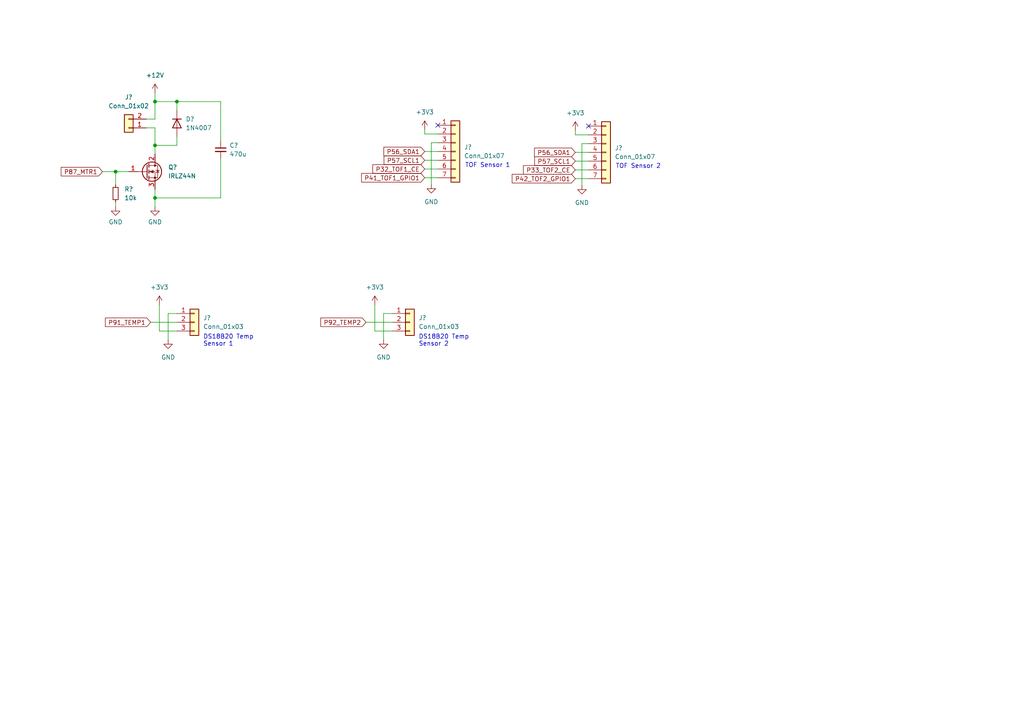
<source format=kicad_sch>
(kicad_sch (version 20211123) (generator eeschema)

  (uuid 331d2d61-491e-49e4-8e86-c140c18427ad)

  (paper "A4")

  (lib_symbols
    (symbol "Connector_Generic:Conn_01x02" (pin_names (offset 1.016) hide) (in_bom yes) (on_board yes)
      (property "Reference" "J" (id 0) (at 0 2.54 0)
        (effects (font (size 1.27 1.27)))
      )
      (property "Value" "Conn_01x02" (id 1) (at 0 -5.08 0)
        (effects (font (size 1.27 1.27)))
      )
      (property "Footprint" "" (id 2) (at 0 0 0)
        (effects (font (size 1.27 1.27)) hide)
      )
      (property "Datasheet" "~" (id 3) (at 0 0 0)
        (effects (font (size 1.27 1.27)) hide)
      )
      (property "ki_keywords" "connector" (id 4) (at 0 0 0)
        (effects (font (size 1.27 1.27)) hide)
      )
      (property "ki_description" "Generic connector, single row, 01x02, script generated (kicad-library-utils/schlib/autogen/connector/)" (id 5) (at 0 0 0)
        (effects (font (size 1.27 1.27)) hide)
      )
      (property "ki_fp_filters" "Connector*:*_1x??_*" (id 6) (at 0 0 0)
        (effects (font (size 1.27 1.27)) hide)
      )
      (symbol "Conn_01x02_1_1"
        (rectangle (start -1.27 -2.413) (end 0 -2.667)
          (stroke (width 0.1524) (type default) (color 0 0 0 0))
          (fill (type none))
        )
        (rectangle (start -1.27 0.127) (end 0 -0.127)
          (stroke (width 0.1524) (type default) (color 0 0 0 0))
          (fill (type none))
        )
        (rectangle (start -1.27 1.27) (end 1.27 -3.81)
          (stroke (width 0.254) (type default) (color 0 0 0 0))
          (fill (type background))
        )
        (pin passive line (at -5.08 0 0) (length 3.81)
          (name "Pin_1" (effects (font (size 1.27 1.27))))
          (number "1" (effects (font (size 1.27 1.27))))
        )
        (pin passive line (at -5.08 -2.54 0) (length 3.81)
          (name "Pin_2" (effects (font (size 1.27 1.27))))
          (number "2" (effects (font (size 1.27 1.27))))
        )
      )
    )
    (symbol "Connector_Generic:Conn_01x03" (pin_names (offset 1.016) hide) (in_bom yes) (on_board yes)
      (property "Reference" "J" (id 0) (at 0 5.08 0)
        (effects (font (size 1.27 1.27)))
      )
      (property "Value" "Conn_01x03" (id 1) (at 0 -5.08 0)
        (effects (font (size 1.27 1.27)))
      )
      (property "Footprint" "" (id 2) (at 0 0 0)
        (effects (font (size 1.27 1.27)) hide)
      )
      (property "Datasheet" "~" (id 3) (at 0 0 0)
        (effects (font (size 1.27 1.27)) hide)
      )
      (property "ki_keywords" "connector" (id 4) (at 0 0 0)
        (effects (font (size 1.27 1.27)) hide)
      )
      (property "ki_description" "Generic connector, single row, 01x03, script generated (kicad-library-utils/schlib/autogen/connector/)" (id 5) (at 0 0 0)
        (effects (font (size 1.27 1.27)) hide)
      )
      (property "ki_fp_filters" "Connector*:*_1x??_*" (id 6) (at 0 0 0)
        (effects (font (size 1.27 1.27)) hide)
      )
      (symbol "Conn_01x03_1_1"
        (rectangle (start -1.27 -2.413) (end 0 -2.667)
          (stroke (width 0.1524) (type default) (color 0 0 0 0))
          (fill (type none))
        )
        (rectangle (start -1.27 0.127) (end 0 -0.127)
          (stroke (width 0.1524) (type default) (color 0 0 0 0))
          (fill (type none))
        )
        (rectangle (start -1.27 2.667) (end 0 2.413)
          (stroke (width 0.1524) (type default) (color 0 0 0 0))
          (fill (type none))
        )
        (rectangle (start -1.27 3.81) (end 1.27 -3.81)
          (stroke (width 0.254) (type default) (color 0 0 0 0))
          (fill (type background))
        )
        (pin passive line (at -5.08 2.54 0) (length 3.81)
          (name "Pin_1" (effects (font (size 1.27 1.27))))
          (number "1" (effects (font (size 1.27 1.27))))
        )
        (pin passive line (at -5.08 0 0) (length 3.81)
          (name "Pin_2" (effects (font (size 1.27 1.27))))
          (number "2" (effects (font (size 1.27 1.27))))
        )
        (pin passive line (at -5.08 -2.54 0) (length 3.81)
          (name "Pin_3" (effects (font (size 1.27 1.27))))
          (number "3" (effects (font (size 1.27 1.27))))
        )
      )
    )
    (symbol "Connector_Generic:Conn_01x07" (pin_names (offset 1.016) hide) (in_bom yes) (on_board yes)
      (property "Reference" "J" (id 0) (at 0 10.16 0)
        (effects (font (size 1.27 1.27)))
      )
      (property "Value" "Conn_01x07" (id 1) (at 0 -10.16 0)
        (effects (font (size 1.27 1.27)))
      )
      (property "Footprint" "" (id 2) (at 0 0 0)
        (effects (font (size 1.27 1.27)) hide)
      )
      (property "Datasheet" "~" (id 3) (at 0 0 0)
        (effects (font (size 1.27 1.27)) hide)
      )
      (property "ki_keywords" "connector" (id 4) (at 0 0 0)
        (effects (font (size 1.27 1.27)) hide)
      )
      (property "ki_description" "Generic connector, single row, 01x07, script generated (kicad-library-utils/schlib/autogen/connector/)" (id 5) (at 0 0 0)
        (effects (font (size 1.27 1.27)) hide)
      )
      (property "ki_fp_filters" "Connector*:*_1x??_*" (id 6) (at 0 0 0)
        (effects (font (size 1.27 1.27)) hide)
      )
      (symbol "Conn_01x07_1_1"
        (rectangle (start -1.27 -7.493) (end 0 -7.747)
          (stroke (width 0.1524) (type default) (color 0 0 0 0))
          (fill (type none))
        )
        (rectangle (start -1.27 -4.953) (end 0 -5.207)
          (stroke (width 0.1524) (type default) (color 0 0 0 0))
          (fill (type none))
        )
        (rectangle (start -1.27 -2.413) (end 0 -2.667)
          (stroke (width 0.1524) (type default) (color 0 0 0 0))
          (fill (type none))
        )
        (rectangle (start -1.27 0.127) (end 0 -0.127)
          (stroke (width 0.1524) (type default) (color 0 0 0 0))
          (fill (type none))
        )
        (rectangle (start -1.27 2.667) (end 0 2.413)
          (stroke (width 0.1524) (type default) (color 0 0 0 0))
          (fill (type none))
        )
        (rectangle (start -1.27 5.207) (end 0 4.953)
          (stroke (width 0.1524) (type default) (color 0 0 0 0))
          (fill (type none))
        )
        (rectangle (start -1.27 7.747) (end 0 7.493)
          (stroke (width 0.1524) (type default) (color 0 0 0 0))
          (fill (type none))
        )
        (rectangle (start -1.27 8.89) (end 1.27 -8.89)
          (stroke (width 0.254) (type default) (color 0 0 0 0))
          (fill (type background))
        )
        (pin passive line (at -5.08 7.62 0) (length 3.81)
          (name "Pin_1" (effects (font (size 1.27 1.27))))
          (number "1" (effects (font (size 1.27 1.27))))
        )
        (pin passive line (at -5.08 5.08 0) (length 3.81)
          (name "Pin_2" (effects (font (size 1.27 1.27))))
          (number "2" (effects (font (size 1.27 1.27))))
        )
        (pin passive line (at -5.08 2.54 0) (length 3.81)
          (name "Pin_3" (effects (font (size 1.27 1.27))))
          (number "3" (effects (font (size 1.27 1.27))))
        )
        (pin passive line (at -5.08 0 0) (length 3.81)
          (name "Pin_4" (effects (font (size 1.27 1.27))))
          (number "4" (effects (font (size 1.27 1.27))))
        )
        (pin passive line (at -5.08 -2.54 0) (length 3.81)
          (name "Pin_5" (effects (font (size 1.27 1.27))))
          (number "5" (effects (font (size 1.27 1.27))))
        )
        (pin passive line (at -5.08 -5.08 0) (length 3.81)
          (name "Pin_6" (effects (font (size 1.27 1.27))))
          (number "6" (effects (font (size 1.27 1.27))))
        )
        (pin passive line (at -5.08 -7.62 0) (length 3.81)
          (name "Pin_7" (effects (font (size 1.27 1.27))))
          (number "7" (effects (font (size 1.27 1.27))))
        )
      )
    )
    (symbol "Device:C_Small" (pin_numbers hide) (pin_names (offset 0.254) hide) (in_bom yes) (on_board yes)
      (property "Reference" "C" (id 0) (at 0.254 1.778 0)
        (effects (font (size 1.27 1.27)) (justify left))
      )
      (property "Value" "C_Small" (id 1) (at 0.254 -2.032 0)
        (effects (font (size 1.27 1.27)) (justify left))
      )
      (property "Footprint" "" (id 2) (at 0 0 0)
        (effects (font (size 1.27 1.27)) hide)
      )
      (property "Datasheet" "~" (id 3) (at 0 0 0)
        (effects (font (size 1.27 1.27)) hide)
      )
      (property "ki_keywords" "capacitor cap" (id 4) (at 0 0 0)
        (effects (font (size 1.27 1.27)) hide)
      )
      (property "ki_description" "Unpolarized capacitor, small symbol" (id 5) (at 0 0 0)
        (effects (font (size 1.27 1.27)) hide)
      )
      (property "ki_fp_filters" "C_*" (id 6) (at 0 0 0)
        (effects (font (size 1.27 1.27)) hide)
      )
      (symbol "C_Small_0_1"
        (polyline
          (pts
            (xy -1.524 -0.508)
            (xy 1.524 -0.508)
          )
          (stroke (width 0.3302) (type default) (color 0 0 0 0))
          (fill (type none))
        )
        (polyline
          (pts
            (xy -1.524 0.508)
            (xy 1.524 0.508)
          )
          (stroke (width 0.3048) (type default) (color 0 0 0 0))
          (fill (type none))
        )
      )
      (symbol "C_Small_1_1"
        (pin passive line (at 0 2.54 270) (length 2.032)
          (name "~" (effects (font (size 1.27 1.27))))
          (number "1" (effects (font (size 1.27 1.27))))
        )
        (pin passive line (at 0 -2.54 90) (length 2.032)
          (name "~" (effects (font (size 1.27 1.27))))
          (number "2" (effects (font (size 1.27 1.27))))
        )
      )
    )
    (symbol "Device:R_Small" (pin_numbers hide) (pin_names (offset 0.254) hide) (in_bom yes) (on_board yes)
      (property "Reference" "R" (id 0) (at 0.762 0.508 0)
        (effects (font (size 1.27 1.27)) (justify left))
      )
      (property "Value" "R_Small" (id 1) (at 0.762 -1.016 0)
        (effects (font (size 1.27 1.27)) (justify left))
      )
      (property "Footprint" "" (id 2) (at 0 0 0)
        (effects (font (size 1.27 1.27)) hide)
      )
      (property "Datasheet" "~" (id 3) (at 0 0 0)
        (effects (font (size 1.27 1.27)) hide)
      )
      (property "ki_keywords" "R resistor" (id 4) (at 0 0 0)
        (effects (font (size 1.27 1.27)) hide)
      )
      (property "ki_description" "Resistor, small symbol" (id 5) (at 0 0 0)
        (effects (font (size 1.27 1.27)) hide)
      )
      (property "ki_fp_filters" "R_*" (id 6) (at 0 0 0)
        (effects (font (size 1.27 1.27)) hide)
      )
      (symbol "R_Small_0_1"
        (rectangle (start -0.762 1.778) (end 0.762 -1.778)
          (stroke (width 0.2032) (type default) (color 0 0 0 0))
          (fill (type none))
        )
      )
      (symbol "R_Small_1_1"
        (pin passive line (at 0 2.54 270) (length 0.762)
          (name "~" (effects (font (size 1.27 1.27))))
          (number "1" (effects (font (size 1.27 1.27))))
        )
        (pin passive line (at 0 -2.54 90) (length 0.762)
          (name "~" (effects (font (size 1.27 1.27))))
          (number "2" (effects (font (size 1.27 1.27))))
        )
      )
    )
    (symbol "Diode:1N4007" (pin_numbers hide) (pin_names (offset 1.016) hide) (in_bom yes) (on_board yes)
      (property "Reference" "D" (id 0) (at 0 2.54 0)
        (effects (font (size 1.27 1.27)))
      )
      (property "Value" "1N4007" (id 1) (at 0 -2.54 0)
        (effects (font (size 1.27 1.27)))
      )
      (property "Footprint" "Diode_THT:D_DO-41_SOD81_P10.16mm_Horizontal" (id 2) (at 0 -4.445 0)
        (effects (font (size 1.27 1.27)) hide)
      )
      (property "Datasheet" "http://www.vishay.com/docs/88503/1n4001.pdf" (id 3) (at 0 0 0)
        (effects (font (size 1.27 1.27)) hide)
      )
      (property "ki_keywords" "diode" (id 4) (at 0 0 0)
        (effects (font (size 1.27 1.27)) hide)
      )
      (property "ki_description" "1000V 1A General Purpose Rectifier Diode, DO-41" (id 5) (at 0 0 0)
        (effects (font (size 1.27 1.27)) hide)
      )
      (property "ki_fp_filters" "D*DO?41*" (id 6) (at 0 0 0)
        (effects (font (size 1.27 1.27)) hide)
      )
      (symbol "1N4007_0_1"
        (polyline
          (pts
            (xy -1.27 1.27)
            (xy -1.27 -1.27)
          )
          (stroke (width 0.254) (type default) (color 0 0 0 0))
          (fill (type none))
        )
        (polyline
          (pts
            (xy 1.27 0)
            (xy -1.27 0)
          )
          (stroke (width 0) (type default) (color 0 0 0 0))
          (fill (type none))
        )
        (polyline
          (pts
            (xy 1.27 1.27)
            (xy 1.27 -1.27)
            (xy -1.27 0)
            (xy 1.27 1.27)
          )
          (stroke (width 0.254) (type default) (color 0 0 0 0))
          (fill (type none))
        )
      )
      (symbol "1N4007_1_1"
        (pin passive line (at -3.81 0 0) (length 2.54)
          (name "K" (effects (font (size 1.27 1.27))))
          (number "1" (effects (font (size 1.27 1.27))))
        )
        (pin passive line (at 3.81 0 180) (length 2.54)
          (name "A" (effects (font (size 1.27 1.27))))
          (number "2" (effects (font (size 1.27 1.27))))
        )
      )
    )
    (symbol "Transistor_FET:IRLZ44N" (pin_names hide) (in_bom yes) (on_board yes)
      (property "Reference" "Q" (id 0) (at 6.35 1.905 0)
        (effects (font (size 1.27 1.27)) (justify left))
      )
      (property "Value" "IRLZ44N" (id 1) (at 6.35 0 0)
        (effects (font (size 1.27 1.27)) (justify left))
      )
      (property "Footprint" "Package_TO_SOT_THT:TO-220-3_Vertical" (id 2) (at 6.35 -1.905 0)
        (effects (font (size 1.27 1.27) italic) (justify left) hide)
      )
      (property "Datasheet" "http://www.irf.com/product-info/datasheets/data/irlz44n.pdf" (id 3) (at 0 0 0)
        (effects (font (size 1.27 1.27)) (justify left) hide)
      )
      (property "ki_keywords" "N-Channel HEXFET MOSFET Logic-Level" (id 4) (at 0 0 0)
        (effects (font (size 1.27 1.27)) hide)
      )
      (property "ki_description" "47A Id, 55V Vds, 22mOhm Rds Single N-Channel HEXFET Power MOSFET, TO-220AB" (id 5) (at 0 0 0)
        (effects (font (size 1.27 1.27)) hide)
      )
      (property "ki_fp_filters" "TO?220*" (id 6) (at 0 0 0)
        (effects (font (size 1.27 1.27)) hide)
      )
      (symbol "IRLZ44N_0_1"
        (polyline
          (pts
            (xy 0.254 0)
            (xy -2.54 0)
          )
          (stroke (width 0) (type default) (color 0 0 0 0))
          (fill (type none))
        )
        (polyline
          (pts
            (xy 0.254 1.905)
            (xy 0.254 -1.905)
          )
          (stroke (width 0.254) (type default) (color 0 0 0 0))
          (fill (type none))
        )
        (polyline
          (pts
            (xy 0.762 -1.27)
            (xy 0.762 -2.286)
          )
          (stroke (width 0.254) (type default) (color 0 0 0 0))
          (fill (type none))
        )
        (polyline
          (pts
            (xy 0.762 0.508)
            (xy 0.762 -0.508)
          )
          (stroke (width 0.254) (type default) (color 0 0 0 0))
          (fill (type none))
        )
        (polyline
          (pts
            (xy 0.762 2.286)
            (xy 0.762 1.27)
          )
          (stroke (width 0.254) (type default) (color 0 0 0 0))
          (fill (type none))
        )
        (polyline
          (pts
            (xy 2.54 2.54)
            (xy 2.54 1.778)
          )
          (stroke (width 0) (type default) (color 0 0 0 0))
          (fill (type none))
        )
        (polyline
          (pts
            (xy 2.54 -2.54)
            (xy 2.54 0)
            (xy 0.762 0)
          )
          (stroke (width 0) (type default) (color 0 0 0 0))
          (fill (type none))
        )
        (polyline
          (pts
            (xy 0.762 -1.778)
            (xy 3.302 -1.778)
            (xy 3.302 1.778)
            (xy 0.762 1.778)
          )
          (stroke (width 0) (type default) (color 0 0 0 0))
          (fill (type none))
        )
        (polyline
          (pts
            (xy 1.016 0)
            (xy 2.032 0.381)
            (xy 2.032 -0.381)
            (xy 1.016 0)
          )
          (stroke (width 0) (type default) (color 0 0 0 0))
          (fill (type outline))
        )
        (polyline
          (pts
            (xy 2.794 0.508)
            (xy 2.921 0.381)
            (xy 3.683 0.381)
            (xy 3.81 0.254)
          )
          (stroke (width 0) (type default) (color 0 0 0 0))
          (fill (type none))
        )
        (polyline
          (pts
            (xy 3.302 0.381)
            (xy 2.921 -0.254)
            (xy 3.683 -0.254)
            (xy 3.302 0.381)
          )
          (stroke (width 0) (type default) (color 0 0 0 0))
          (fill (type none))
        )
        (circle (center 1.651 0) (radius 2.794)
          (stroke (width 0.254) (type default) (color 0 0 0 0))
          (fill (type none))
        )
        (circle (center 2.54 -1.778) (radius 0.254)
          (stroke (width 0) (type default) (color 0 0 0 0))
          (fill (type outline))
        )
        (circle (center 2.54 1.778) (radius 0.254)
          (stroke (width 0) (type default) (color 0 0 0 0))
          (fill (type outline))
        )
      )
      (symbol "IRLZ44N_1_1"
        (pin input line (at -5.08 0 0) (length 2.54)
          (name "G" (effects (font (size 1.27 1.27))))
          (number "1" (effects (font (size 1.27 1.27))))
        )
        (pin passive line (at 2.54 5.08 270) (length 2.54)
          (name "D" (effects (font (size 1.27 1.27))))
          (number "2" (effects (font (size 1.27 1.27))))
        )
        (pin passive line (at 2.54 -5.08 90) (length 2.54)
          (name "S" (effects (font (size 1.27 1.27))))
          (number "3" (effects (font (size 1.27 1.27))))
        )
      )
    )
    (symbol "power:+12V" (power) (pin_names (offset 0)) (in_bom yes) (on_board yes)
      (property "Reference" "#PWR" (id 0) (at 0 -3.81 0)
        (effects (font (size 1.27 1.27)) hide)
      )
      (property "Value" "+12V" (id 1) (at 0 3.556 0)
        (effects (font (size 1.27 1.27)))
      )
      (property "Footprint" "" (id 2) (at 0 0 0)
        (effects (font (size 1.27 1.27)) hide)
      )
      (property "Datasheet" "" (id 3) (at 0 0 0)
        (effects (font (size 1.27 1.27)) hide)
      )
      (property "ki_keywords" "power-flag" (id 4) (at 0 0 0)
        (effects (font (size 1.27 1.27)) hide)
      )
      (property "ki_description" "Power symbol creates a global label with name \"+12V\"" (id 5) (at 0 0 0)
        (effects (font (size 1.27 1.27)) hide)
      )
      (symbol "+12V_0_1"
        (polyline
          (pts
            (xy -0.762 1.27)
            (xy 0 2.54)
          )
          (stroke (width 0) (type default) (color 0 0 0 0))
          (fill (type none))
        )
        (polyline
          (pts
            (xy 0 0)
            (xy 0 2.54)
          )
          (stroke (width 0) (type default) (color 0 0 0 0))
          (fill (type none))
        )
        (polyline
          (pts
            (xy 0 2.54)
            (xy 0.762 1.27)
          )
          (stroke (width 0) (type default) (color 0 0 0 0))
          (fill (type none))
        )
      )
      (symbol "+12V_1_1"
        (pin power_in line (at 0 0 90) (length 0) hide
          (name "+12V" (effects (font (size 1.27 1.27))))
          (number "1" (effects (font (size 1.27 1.27))))
        )
      )
    )
    (symbol "power:+3.3V" (power) (pin_names (offset 0)) (in_bom yes) (on_board yes)
      (property "Reference" "#PWR" (id 0) (at 0 -3.81 0)
        (effects (font (size 1.27 1.27)) hide)
      )
      (property "Value" "+3.3V" (id 1) (at 0 3.556 0)
        (effects (font (size 1.27 1.27)))
      )
      (property "Footprint" "" (id 2) (at 0 0 0)
        (effects (font (size 1.27 1.27)) hide)
      )
      (property "Datasheet" "" (id 3) (at 0 0 0)
        (effects (font (size 1.27 1.27)) hide)
      )
      (property "ki_keywords" "power-flag" (id 4) (at 0 0 0)
        (effects (font (size 1.27 1.27)) hide)
      )
      (property "ki_description" "Power symbol creates a global label with name \"+3.3V\"" (id 5) (at 0 0 0)
        (effects (font (size 1.27 1.27)) hide)
      )
      (symbol "+3.3V_0_1"
        (polyline
          (pts
            (xy -0.762 1.27)
            (xy 0 2.54)
          )
          (stroke (width 0) (type default) (color 0 0 0 0))
          (fill (type none))
        )
        (polyline
          (pts
            (xy 0 0)
            (xy 0 2.54)
          )
          (stroke (width 0) (type default) (color 0 0 0 0))
          (fill (type none))
        )
        (polyline
          (pts
            (xy 0 2.54)
            (xy 0.762 1.27)
          )
          (stroke (width 0) (type default) (color 0 0 0 0))
          (fill (type none))
        )
      )
      (symbol "+3.3V_1_1"
        (pin power_in line (at 0 0 90) (length 0) hide
          (name "+3V3" (effects (font (size 1.27 1.27))))
          (number "1" (effects (font (size 1.27 1.27))))
        )
      )
    )
    (symbol "power:GND" (power) (pin_names (offset 0)) (in_bom yes) (on_board yes)
      (property "Reference" "#PWR" (id 0) (at 0 -6.35 0)
        (effects (font (size 1.27 1.27)) hide)
      )
      (property "Value" "GND" (id 1) (at 0 -3.81 0)
        (effects (font (size 1.27 1.27)))
      )
      (property "Footprint" "" (id 2) (at 0 0 0)
        (effects (font (size 1.27 1.27)) hide)
      )
      (property "Datasheet" "" (id 3) (at 0 0 0)
        (effects (font (size 1.27 1.27)) hide)
      )
      (property "ki_keywords" "power-flag" (id 4) (at 0 0 0)
        (effects (font (size 1.27 1.27)) hide)
      )
      (property "ki_description" "Power symbol creates a global label with name \"GND\" , ground" (id 5) (at 0 0 0)
        (effects (font (size 1.27 1.27)) hide)
      )
      (symbol "GND_0_1"
        (polyline
          (pts
            (xy 0 0)
            (xy 0 -1.27)
            (xy 1.27 -1.27)
            (xy 0 -2.54)
            (xy -1.27 -1.27)
            (xy 0 -1.27)
          )
          (stroke (width 0) (type default) (color 0 0 0 0))
          (fill (type none))
        )
      )
      (symbol "GND_1_1"
        (pin power_in line (at 0 0 270) (length 0) hide
          (name "GND" (effects (font (size 1.27 1.27))))
          (number "1" (effects (font (size 1.27 1.27))))
        )
      )
    )
  )

  (junction (at 33.528 49.784) (diameter 0) (color 0 0 0 0)
    (uuid 278e98d7-b534-4635-81df-b2fa2afe7653)
  )
  (junction (at 44.958 29.464) (diameter 0) (color 0 0 0 0)
    (uuid 7c494164-6237-4d47-8b41-1084f229c2e4)
  )
  (junction (at 51.308 29.464) (diameter 0) (color 0 0 0 0)
    (uuid 8d7faae8-181d-4e19-95e8-c15382de89d6)
  )
  (junction (at 44.958 42.164) (diameter 0) (color 0 0 0 0)
    (uuid d4047c1f-2953-4c99-a29f-1dbf6f13bd07)
  )
  (junction (at 44.958 57.404) (diameter 0) (color 0 0 0 0)
    (uuid e780f398-9ed6-4944-aa97-9360ee430ee5)
  )

  (no_connect (at 127 36.322) (uuid 39a5eea2-f536-4597-aee7-5a792101314e))
  (no_connect (at 170.688 36.576) (uuid 7306108b-8b5c-46d5-a3e1-bf8669a5f9b9))

  (wire (pts (xy 108.712 96.012) (xy 108.712 88.392))
    (stroke (width 0) (type default) (color 0 0 0 0))
    (uuid 02ff266e-f817-450c-9a85-2d4077dec1c6)
  )
  (wire (pts (xy 113.792 96.012) (xy 108.712 96.012))
    (stroke (width 0) (type default) (color 0 0 0 0))
    (uuid 0879be65-2563-46e9-b3e7-188ac9968573)
  )
  (wire (pts (xy 123.19 43.942) (xy 127 43.942))
    (stroke (width 0) (type default) (color 0 0 0 0))
    (uuid 0e080afe-9b82-4b61-ae86-ec8cc124007d)
  )
  (wire (pts (xy 42.418 34.544) (xy 44.958 34.544))
    (stroke (width 0) (type default) (color 0 0 0 0))
    (uuid 0e8f6035-8f9c-4049-9f90-eb21e996387b)
  )
  (wire (pts (xy 123.19 49.022) (xy 127 49.022))
    (stroke (width 0) (type default) (color 0 0 0 0))
    (uuid 1616c0a9-9e3e-4104-9fcf-f882588f8489)
  )
  (wire (pts (xy 33.528 49.784) (xy 37.338 49.784))
    (stroke (width 0) (type default) (color 0 0 0 0))
    (uuid 1c55eef9-6c2e-4987-8e63-a12f3d3c9e45)
  )
  (wire (pts (xy 166.878 51.816) (xy 170.688 51.816))
    (stroke (width 0) (type default) (color 0 0 0 0))
    (uuid 1ebcded5-8991-466f-89b0-04b93d44b75b)
  )
  (wire (pts (xy 111.252 90.932) (xy 111.252 98.552))
    (stroke (width 0) (type default) (color 0 0 0 0))
    (uuid 20009e66-f05e-4c71-89f6-dc08cc338b64)
  )
  (wire (pts (xy 166.878 39.116) (xy 166.878 37.846))
    (stroke (width 0) (type default) (color 0 0 0 0))
    (uuid 20deef19-f716-4500-976e-638ecbf64886)
  )
  (wire (pts (xy 33.528 58.674) (xy 33.528 59.944))
    (stroke (width 0) (type default) (color 0 0 0 0))
    (uuid 291632c3-5aa6-43d0-993b-9ac4f32550db)
  )
  (wire (pts (xy 51.308 90.932) (xy 48.768 90.932))
    (stroke (width 0) (type default) (color 0 0 0 0))
    (uuid 2cb00e8c-59c8-4e99-848d-cbe9d0ffcf59)
  )
  (wire (pts (xy 44.958 54.864) (xy 44.958 57.404))
    (stroke (width 0) (type default) (color 0 0 0 0))
    (uuid 3a757724-a3fe-4bea-95f3-207a2623622b)
  )
  (wire (pts (xy 123.19 38.862) (xy 123.19 37.592))
    (stroke (width 0) (type default) (color 0 0 0 0))
    (uuid 43a852a8-7bff-42e8-ac0d-0da561da71c5)
  )
  (wire (pts (xy 48.768 90.932) (xy 48.768 98.552))
    (stroke (width 0) (type default) (color 0 0 0 0))
    (uuid 4a9a9212-b4ee-4d94-8657-6bfa035f2a7d)
  )
  (wire (pts (xy 123.19 46.482) (xy 127 46.482))
    (stroke (width 0) (type default) (color 0 0 0 0))
    (uuid 62c031e0-8ff1-41d6-91b1-2186482f5ae3)
  )
  (wire (pts (xy 51.308 39.624) (xy 51.308 42.164))
    (stroke (width 0) (type default) (color 0 0 0 0))
    (uuid 6850d6e5-ca92-46bc-ba50-d81e4006360c)
  )
  (wire (pts (xy 64.008 57.404) (xy 44.958 57.404))
    (stroke (width 0) (type default) (color 0 0 0 0))
    (uuid 71e9df12-7aba-4619-a039-8a4e935d4a63)
  )
  (wire (pts (xy 51.308 29.464) (xy 64.008 29.464))
    (stroke (width 0) (type default) (color 0 0 0 0))
    (uuid 7bbd2af1-89f7-44c6-a258-7a5606be6cc8)
  )
  (wire (pts (xy 44.958 57.404) (xy 44.958 59.944))
    (stroke (width 0) (type default) (color 0 0 0 0))
    (uuid 7e7827f3-2e41-40a4-86be-c01f639792e2)
  )
  (wire (pts (xy 166.878 49.276) (xy 170.688 49.276))
    (stroke (width 0) (type default) (color 0 0 0 0))
    (uuid 801f04dc-dd60-49b2-b9e0-d06f81897ddd)
  )
  (wire (pts (xy 166.878 46.736) (xy 170.688 46.736))
    (stroke (width 0) (type default) (color 0 0 0 0))
    (uuid 83012ce6-a2f8-47cd-9c4d-9feaad62eacc)
  )
  (wire (pts (xy 51.308 42.164) (xy 44.958 42.164))
    (stroke (width 0) (type default) (color 0 0 0 0))
    (uuid 8d7cea12-ed37-4107-80fe-46d0bff4ea80)
  )
  (wire (pts (xy 44.958 42.164) (xy 44.958 44.704))
    (stroke (width 0) (type default) (color 0 0 0 0))
    (uuid 8f12a12b-2ee3-4bbf-9f61-75ac8038d169)
  )
  (wire (pts (xy 64.008 45.974) (xy 64.008 57.404))
    (stroke (width 0) (type default) (color 0 0 0 0))
    (uuid 94ccd672-774b-463f-9b16-f6f9c5b7c87c)
  )
  (wire (pts (xy 168.783 53.721) (xy 168.783 41.656))
    (stroke (width 0) (type default) (color 0 0 0 0))
    (uuid 9c8514e5-1a18-4724-823a-ab84831b39a5)
  )
  (wire (pts (xy 29.718 49.784) (xy 33.528 49.784))
    (stroke (width 0) (type default) (color 0 0 0 0))
    (uuid a0216ad7-7fb0-4b90-a0a1-f2bab2291b60)
  )
  (wire (pts (xy 123.19 38.862) (xy 127 38.862))
    (stroke (width 0) (type default) (color 0 0 0 0))
    (uuid a281df4f-9455-4653-9999-5917aa585332)
  )
  (wire (pts (xy 46.228 96.012) (xy 46.228 88.392))
    (stroke (width 0) (type default) (color 0 0 0 0))
    (uuid ac060d88-0df1-431e-a81c-21566d670b9e)
  )
  (wire (pts (xy 166.878 39.116) (xy 170.688 39.116))
    (stroke (width 0) (type default) (color 0 0 0 0))
    (uuid af3784e5-2bb2-4c8b-adde-28bcbc44ecfa)
  )
  (wire (pts (xy 42.418 37.084) (xy 44.958 37.084))
    (stroke (width 0) (type default) (color 0 0 0 0))
    (uuid afd39e1d-1dea-4b68-a474-9e114e839850)
  )
  (wire (pts (xy 44.958 37.084) (xy 44.958 42.164))
    (stroke (width 0) (type default) (color 0 0 0 0))
    (uuid b35b8a0b-8d4e-4de8-bb66-ae0c99284833)
  )
  (wire (pts (xy 44.958 29.464) (xy 51.308 29.464))
    (stroke (width 0) (type default) (color 0 0 0 0))
    (uuid b3b56eb4-490b-4a85-b98b-cc3244894fb2)
  )
  (wire (pts (xy 51.308 96.012) (xy 46.228 96.012))
    (stroke (width 0) (type default) (color 0 0 0 0))
    (uuid b77c49fa-86f8-431d-8c66-463f7c18b8e4)
  )
  (wire (pts (xy 123.19 51.562) (xy 127 51.562))
    (stroke (width 0) (type default) (color 0 0 0 0))
    (uuid baf4f9b3-de3f-4732-a57d-c95b6c6dbc5f)
  )
  (wire (pts (xy 51.308 32.004) (xy 51.308 29.464))
    (stroke (width 0) (type default) (color 0 0 0 0))
    (uuid c7fab250-f77f-4aeb-bf6b-d97f9a05d06a)
  )
  (wire (pts (xy 168.783 41.656) (xy 170.688 41.656))
    (stroke (width 0) (type default) (color 0 0 0 0))
    (uuid ccc17a4d-498c-4032-8300-d9eff3e3882b)
  )
  (wire (pts (xy 44.958 26.924) (xy 44.958 29.464))
    (stroke (width 0) (type default) (color 0 0 0 0))
    (uuid d393c8b6-26b8-42b1-880a-4dee7cb579cc)
  )
  (wire (pts (xy 113.792 90.932) (xy 111.252 90.932))
    (stroke (width 0) (type default) (color 0 0 0 0))
    (uuid d5abf03d-6356-419c-a78b-9dc9a25dc350)
  )
  (wire (pts (xy 44.958 29.464) (xy 44.958 34.544))
    (stroke (width 0) (type default) (color 0 0 0 0))
    (uuid d66d186b-c735-46aa-83af-591b20486f9b)
  )
  (wire (pts (xy 125.095 41.402) (xy 127 41.402))
    (stroke (width 0) (type default) (color 0 0 0 0))
    (uuid df413111-645a-4517-b413-5855a1dd6c0e)
  )
  (wire (pts (xy 33.528 49.784) (xy 33.528 53.594))
    (stroke (width 0) (type default) (color 0 0 0 0))
    (uuid e1e362e2-471a-41b9-b644-19c50c76fbcf)
  )
  (wire (pts (xy 166.878 44.196) (xy 170.688 44.196))
    (stroke (width 0) (type default) (color 0 0 0 0))
    (uuid e828e298-714e-419d-975c-06db7eea0081)
  )
  (wire (pts (xy 106.172 93.472) (xy 113.792 93.472))
    (stroke (width 0) (type default) (color 0 0 0 0))
    (uuid e84df1f4-5710-4371-8449-a9366fce1372)
  )
  (wire (pts (xy 125.095 53.467) (xy 125.095 41.402))
    (stroke (width 0) (type default) (color 0 0 0 0))
    (uuid eaf3a0de-8c24-4406-b4d7-c14515735590)
  )
  (wire (pts (xy 64.008 40.894) (xy 64.008 29.464))
    (stroke (width 0) (type default) (color 0 0 0 0))
    (uuid f319902a-e221-4ca3-a65f-463343ae5bbd)
  )
  (wire (pts (xy 43.688 93.472) (xy 51.308 93.472))
    (stroke (width 0) (type default) (color 0 0 0 0))
    (uuid f618f984-2033-4790-8e9f-2669d00a1311)
  )

  (text "DS18B20 Temp\nSensor 2" (at 121.412 100.584 0)
    (effects (font (size 1.27 1.27)) (justify left bottom))
    (uuid 1023af86-a2f9-46f6-9ca4-6e3e8c5eb22b)
  )
  (text "TOF Sensor 2" (at 178.562 49.022 0)
    (effects (font (size 1.27 1.27)) (justify left bottom))
    (uuid 1dcac0b7-8c25-4f38-918b-acfeaded660f)
  )
  (text "DS18B20 Temp\nSensor 1" (at 58.928 100.584 0)
    (effects (font (size 1.27 1.27)) (justify left bottom))
    (uuid 6d67cd7b-9e00-4696-8fe2-3dfe28e8cd70)
  )
  (text "TOF Sensor 1" (at 134.874 48.768 0)
    (effects (font (size 1.27 1.27)) (justify left bottom))
    (uuid ac00217c-cdde-41cb-b6fe-6282822547e3)
  )

  (global_label "P57_SCL1" (shape input) (at 166.878 46.736 180) (fields_autoplaced)
    (effects (font (size 1.27 1.27)) (justify right))
    (uuid 015c73ed-8723-4601-9146-6b03c6a74621)
    (property "Intersheet References" "${INTERSHEET_REFS}" (id 0) (at 155.0911 46.6566 0)
      (effects (font (size 1.27 1.27)) (justify right) hide)
    )
  )
  (global_label "P57_SCL1" (shape input) (at 123.19 46.482 180) (fields_autoplaced)
    (effects (font (size 1.27 1.27)) (justify right))
    (uuid 46cb2bd8-aa53-4a04-9a50-ad0a023dd8f9)
    (property "Intersheet References" "${INTERSHEET_REFS}" (id 0) (at 111.4031 46.4026 0)
      (effects (font (size 1.27 1.27)) (justify right) hide)
    )
  )
  (global_label "P56_SDA1" (shape input) (at 166.878 44.196 180) (fields_autoplaced)
    (effects (font (size 1.27 1.27)) (justify right))
    (uuid 4f2c770d-5b7b-433f-a7c8-42db6d6866e5)
    (property "Intersheet References" "${INTERSHEET_REFS}" (id 0) (at 155.0306 44.1166 0)
      (effects (font (size 1.27 1.27)) (justify right) hide)
    )
  )
  (global_label "P56_SDA1" (shape input) (at 123.19 43.942 180) (fields_autoplaced)
    (effects (font (size 1.27 1.27)) (justify right))
    (uuid 54020afd-6acf-4391-a89e-a846f1ef4ed4)
    (property "Intersheet References" "${INTERSHEET_REFS}" (id 0) (at 111.3426 43.8626 0)
      (effects (font (size 1.27 1.27)) (justify right) hide)
    )
  )
  (global_label "P92_TEMP2" (shape input) (at 106.172 93.472 180) (fields_autoplaced)
    (effects (font (size 1.27 1.27)) (justify right))
    (uuid 699d1436-2006-4d85-81cc-86c421ed0e25)
    (property "Intersheet References" "${INTERSHEET_REFS}" (id 0) (at 93.0546 93.3926 0)
      (effects (font (size 1.27 1.27)) (justify right) hide)
    )
  )
  (global_label "P33_TOF2_CE" (shape input) (at 166.878 49.276 180) (fields_autoplaced)
    (effects (font (size 1.27 1.27)) (justify right))
    (uuid 7b9c04a7-a80d-4646-b6f3-75416f43204e)
    (property "Intersheet References" "${INTERSHEET_REFS}" (id 0) (at 151.8254 49.1966 0)
      (effects (font (size 1.27 1.27)) (justify right) hide)
    )
  )
  (global_label "P41_TOF1_GPIO1" (shape input) (at 123.19 51.562 180) (fields_autoplaced)
    (effects (font (size 1.27 1.27)) (justify right))
    (uuid aa4a33e2-c4e2-4e69-a35a-61679b6ef7e7)
    (property "Intersheet References" "${INTERSHEET_REFS}" (id 0) (at 104.8717 51.4826 0)
      (effects (font (size 1.27 1.27)) (justify right) hide)
    )
  )
  (global_label "P91_TEMP1" (shape input) (at 43.688 93.472 180) (fields_autoplaced)
    (effects (font (size 1.27 1.27)) (justify right))
    (uuid abe92819-c53a-4af9-8064-509a146bbbdb)
    (property "Intersheet References" "${INTERSHEET_REFS}" (id 0) (at 30.5706 93.3926 0)
      (effects (font (size 1.27 1.27)) (justify right) hide)
    )
  )
  (global_label "P42_TOF2_GPIO1" (shape input) (at 166.878 51.816 180) (fields_autoplaced)
    (effects (font (size 1.27 1.27)) (justify right))
    (uuid ad141110-2b27-493e-a84f-69f22ff5c3a7)
    (property "Intersheet References" "${INTERSHEET_REFS}" (id 0) (at 148.5597 51.7366 0)
      (effects (font (size 1.27 1.27)) (justify right) hide)
    )
  )
  (global_label "P87_MTR1" (shape input) (at 29.718 49.784 180) (fields_autoplaced)
    (effects (font (size 1.27 1.27)) (justify right))
    (uuid ba24ad07-871b-41fe-a9bc-b3090fed5cb7)
    (property "Intersheet References" "${INTERSHEET_REFS}" (id 0) (at 17.7497 49.7046 0)
      (effects (font (size 1.27 1.27)) (justify right) hide)
    )
  )
  (global_label "P32_TOF1_CE" (shape input) (at 123.19 49.022 180) (fields_autoplaced)
    (effects (font (size 1.27 1.27)) (justify right))
    (uuid fea9cf0e-8945-4890-b469-57fb98a70808)
    (property "Intersheet References" "${INTERSHEET_REFS}" (id 0) (at 108.1374 48.9426 0)
      (effects (font (size 1.27 1.27)) (justify right) hide)
    )
  )

  (symbol (lib_id "power:GND") (at 48.768 98.552 0) (unit 1)
    (in_bom yes) (on_board yes) (fields_autoplaced)
    (uuid 1504dde6-694e-41d4-9176-6dc635753d64)
    (property "Reference" "#PWR0193" (id 0) (at 48.768 104.902 0)
      (effects (font (size 1.27 1.27)) hide)
    )
    (property "Value" "GND" (id 1) (at 48.768 103.632 0))
    (property "Footprint" "" (id 2) (at 48.768 98.552 0)
      (effects (font (size 1.27 1.27)) hide)
    )
    (property "Datasheet" "" (id 3) (at 48.768 98.552 0)
      (effects (font (size 1.27 1.27)) hide)
    )
    (pin "1" (uuid f358d85b-65c4-417f-96fa-f307c88a72f6))
  )

  (symbol (lib_id "Transistor_FET:IRLZ44N") (at 42.418 49.784 0) (unit 1)
    (in_bom yes) (on_board yes) (fields_autoplaced)
    (uuid 230dbd27-c408-46e6-9710-e9e10e77e86a)
    (property "Reference" "Q?" (id 0) (at 48.768 48.5139 0)
      (effects (font (size 1.27 1.27)) (justify left))
    )
    (property "Value" "IRLZ44N" (id 1) (at 48.768 51.0539 0)
      (effects (font (size 1.27 1.27)) (justify left))
    )
    (property "Footprint" "Package_TO_SOT_THT:TO-220-3_Vertical" (id 2) (at 48.768 51.689 0)
      (effects (font (size 1.27 1.27) italic) (justify left) hide)
    )
    (property "Datasheet" "http://www.irf.com/product-info/datasheets/data/irlz44n.pdf" (id 3) (at 42.418 49.784 0)
      (effects (font (size 1.27 1.27)) (justify left) hide)
    )
    (pin "1" (uuid 816f2134-debb-4a16-a562-2231dc5c7a98))
    (pin "2" (uuid dd47cbe3-ce37-4721-a15f-85bb741a8695))
    (pin "3" (uuid 472e94c0-a898-4fa7-9e12-6667bf6d7653))
  )

  (symbol (lib_id "Diode:1N4007") (at 51.308 35.814 270) (unit 1)
    (in_bom yes) (on_board yes) (fields_autoplaced)
    (uuid 28aff523-da15-4ca1-9e05-e2522c0aec09)
    (property "Reference" "D?" (id 0) (at 53.848 34.5439 90)
      (effects (font (size 1.27 1.27)) (justify left))
    )
    (property "Value" "1N4007" (id 1) (at 53.848 37.0839 90)
      (effects (font (size 1.27 1.27)) (justify left))
    )
    (property "Footprint" "Diode_THT:D_DO-41_SOD81_P10.16mm_Horizontal" (id 2) (at 46.863 35.814 0)
      (effects (font (size 1.27 1.27)) hide)
    )
    (property "Datasheet" "http://www.vishay.com/docs/88503/1n4001.pdf" (id 3) (at 51.308 35.814 0)
      (effects (font (size 1.27 1.27)) hide)
    )
    (pin "1" (uuid 32d941ca-07e1-47e9-81e5-6cbd94c5e583))
    (pin "2" (uuid 0b5d9c8f-42e0-48a5-9f77-b8b43630972b))
  )

  (symbol (lib_id "power:+12V") (at 44.958 26.924 0) (unit 1)
    (in_bom yes) (on_board yes) (fields_autoplaced)
    (uuid 35318176-26bc-4124-8d52-94cac88c25bb)
    (property "Reference" "#PWR0192" (id 0) (at 44.958 30.734 0)
      (effects (font (size 1.27 1.27)) hide)
    )
    (property "Value" "+12V" (id 1) (at 44.958 21.844 0))
    (property "Footprint" "" (id 2) (at 44.958 26.924 0)
      (effects (font (size 1.27 1.27)) hide)
    )
    (property "Datasheet" "" (id 3) (at 44.958 26.924 0)
      (effects (font (size 1.27 1.27)) hide)
    )
    (pin "1" (uuid 6c6ef1f3-5895-46ee-9a7d-f355258d24e6))
  )

  (symbol (lib_id "power:GND") (at 125.095 53.467 0) (unit 1)
    (in_bom yes) (on_board yes) (fields_autoplaced)
    (uuid 36bbe44a-8d4a-47b5-a8d9-99f2628ad354)
    (property "Reference" "#PWR0198" (id 0) (at 125.095 59.817 0)
      (effects (font (size 1.27 1.27)) hide)
    )
    (property "Value" "GND" (id 1) (at 125.095 58.547 0))
    (property "Footprint" "" (id 2) (at 125.095 53.467 0)
      (effects (font (size 1.27 1.27)) hide)
    )
    (property "Datasheet" "" (id 3) (at 125.095 53.467 0)
      (effects (font (size 1.27 1.27)) hide)
    )
    (pin "1" (uuid 3865db8d-506b-4c01-95da-dd62f5da0083))
  )

  (symbol (lib_id "power:+3.3V") (at 108.712 88.392 0) (unit 1)
    (in_bom yes) (on_board yes) (fields_autoplaced)
    (uuid 45710a03-daee-4a59-abf3-49e55b6f824d)
    (property "Reference" "#PWR0194" (id 0) (at 108.712 92.202 0)
      (effects (font (size 1.27 1.27)) hide)
    )
    (property "Value" "+3.3V" (id 1) (at 108.712 83.312 0))
    (property "Footprint" "" (id 2) (at 108.712 88.392 0)
      (effects (font (size 1.27 1.27)) hide)
    )
    (property "Datasheet" "" (id 3) (at 108.712 88.392 0)
      (effects (font (size 1.27 1.27)) hide)
    )
    (pin "1" (uuid 475a9c61-ca5a-495d-90af-cb467098f52a))
  )

  (symbol (lib_id "Device:C_Small") (at 64.008 43.434 0) (unit 1)
    (in_bom yes) (on_board yes) (fields_autoplaced)
    (uuid 6573cf10-8339-4c58-9fdf-76e8c01e3a3b)
    (property "Reference" "C?" (id 0) (at 66.548 42.1702 0)
      (effects (font (size 1.27 1.27)) (justify left))
    )
    (property "Value" "470u" (id 1) (at 66.548 44.7102 0)
      (effects (font (size 1.27 1.27)) (justify left))
    )
    (property "Footprint" "" (id 2) (at 64.008 43.434 0)
      (effects (font (size 1.27 1.27)) hide)
    )
    (property "Datasheet" "~" (id 3) (at 64.008 43.434 0)
      (effects (font (size 1.27 1.27)) hide)
    )
    (pin "1" (uuid b5232fdd-975e-4587-b7b0-915a107c4904))
    (pin "2" (uuid 83145372-e151-4e46-92a1-c957e0191987))
  )

  (symbol (lib_id "power:GND") (at 168.783 53.721 0) (unit 1)
    (in_bom yes) (on_board yes) (fields_autoplaced)
    (uuid 7513bd06-26ac-47f8-9fb8-57035f227d8b)
    (property "Reference" "#PWR0196" (id 0) (at 168.783 60.071 0)
      (effects (font (size 1.27 1.27)) hide)
    )
    (property "Value" "GND" (id 1) (at 168.783 58.801 0))
    (property "Footprint" "" (id 2) (at 168.783 53.721 0)
      (effects (font (size 1.27 1.27)) hide)
    )
    (property "Datasheet" "" (id 3) (at 168.783 53.721 0)
      (effects (font (size 1.27 1.27)) hide)
    )
    (pin "1" (uuid f9567cac-1cc2-4d39-b8d9-a5da08ee7dbd))
  )

  (symbol (lib_id "power:+3.3V") (at 123.19 37.592 0) (unit 1)
    (in_bom yes) (on_board yes) (fields_autoplaced)
    (uuid 75eabd05-991b-450e-855b-ebfac927def4)
    (property "Reference" "#PWR0197" (id 0) (at 123.19 41.402 0)
      (effects (font (size 1.27 1.27)) hide)
    )
    (property "Value" "+3.3V" (id 1) (at 123.19 32.512 0))
    (property "Footprint" "" (id 2) (at 123.19 37.592 0)
      (effects (font (size 1.27 1.27)) hide)
    )
    (property "Datasheet" "" (id 3) (at 123.19 37.592 0)
      (effects (font (size 1.27 1.27)) hide)
    )
    (pin "1" (uuid 0210ffdc-6fe5-4e98-8ed4-8ac8f13b861a))
  )

  (symbol (lib_id "Connector_Generic:Conn_01x02") (at 37.338 37.084 180) (unit 1)
    (in_bom yes) (on_board yes) (fields_autoplaced)
    (uuid 88e3af35-e975-415d-96f3-bb80150de8bc)
    (property "Reference" "J?" (id 0) (at 37.338 28.194 0))
    (property "Value" "Conn_01x02" (id 1) (at 37.338 30.734 0))
    (property "Footprint" "" (id 2) (at 37.338 37.084 0)
      (effects (font (size 1.27 1.27)) hide)
    )
    (property "Datasheet" "~" (id 3) (at 37.338 37.084 0)
      (effects (font (size 1.27 1.27)) hide)
    )
    (pin "1" (uuid a22ef832-33fc-4544-9dac-b6ed3c7ca675))
    (pin "2" (uuid e7b1a473-dadf-489b-a0f8-58c84c047f98))
  )

  (symbol (lib_id "power:+3.3V") (at 166.878 37.846 0) (unit 1)
    (in_bom yes) (on_board yes) (fields_autoplaced)
    (uuid 8baa8be6-970c-4067-9803-d664087bed34)
    (property "Reference" "#PWR0199" (id 0) (at 166.878 41.656 0)
      (effects (font (size 1.27 1.27)) hide)
    )
    (property "Value" "+3.3V" (id 1) (at 166.878 32.766 0))
    (property "Footprint" "" (id 2) (at 166.878 37.846 0)
      (effects (font (size 1.27 1.27)) hide)
    )
    (property "Datasheet" "" (id 3) (at 166.878 37.846 0)
      (effects (font (size 1.27 1.27)) hide)
    )
    (pin "1" (uuid 5e357b96-2005-449c-a478-8253d10212a6))
  )

  (symbol (lib_id "Connector_Generic:Conn_01x03") (at 118.872 93.472 0) (unit 1)
    (in_bom yes) (on_board yes) (fields_autoplaced)
    (uuid 8e16bdbb-3384-47fc-b25b-7e9b98cd9a44)
    (property "Reference" "J?" (id 0) (at 121.412 92.2019 0)
      (effects (font (size 1.27 1.27)) (justify left))
    )
    (property "Value" "Conn_01x03" (id 1) (at 121.412 94.7419 0)
      (effects (font (size 1.27 1.27)) (justify left))
    )
    (property "Footprint" "" (id 2) (at 118.872 93.472 0)
      (effects (font (size 1.27 1.27)) hide)
    )
    (property "Datasheet" "~" (id 3) (at 118.872 93.472 0)
      (effects (font (size 1.27 1.27)) hide)
    )
    (pin "1" (uuid eb96fea6-1047-43a5-b643-b6567d9c44d5))
    (pin "2" (uuid 7b9b9b89-ab31-4260-869d-1a81a02373b9))
    (pin "3" (uuid 5fe2f091-2b48-4793-ba37-a6dc31ad6d7b))
  )

  (symbol (lib_id "power:GND") (at 111.252 98.552 0) (unit 1)
    (in_bom yes) (on_board yes) (fields_autoplaced)
    (uuid a1780aca-29a6-4db6-bdbb-3393a459e873)
    (property "Reference" "#PWR0195" (id 0) (at 111.252 104.902 0)
      (effects (font (size 1.27 1.27)) hide)
    )
    (property "Value" "GND" (id 1) (at 111.252 103.632 0))
    (property "Footprint" "" (id 2) (at 111.252 98.552 0)
      (effects (font (size 1.27 1.27)) hide)
    )
    (property "Datasheet" "" (id 3) (at 111.252 98.552 0)
      (effects (font (size 1.27 1.27)) hide)
    )
    (pin "1" (uuid af092ea4-70c8-470b-8218-5c8a90fc3f86))
  )

  (symbol (lib_id "power:+3.3V") (at 46.228 88.392 0) (unit 1)
    (in_bom yes) (on_board yes) (fields_autoplaced)
    (uuid beb14b88-6059-4458-8fae-c6f945561b2e)
    (property "Reference" "#PWR0189" (id 0) (at 46.228 92.202 0)
      (effects (font (size 1.27 1.27)) hide)
    )
    (property "Value" "+3.3V" (id 1) (at 46.228 83.312 0))
    (property "Footprint" "" (id 2) (at 46.228 88.392 0)
      (effects (font (size 1.27 1.27)) hide)
    )
    (property "Datasheet" "" (id 3) (at 46.228 88.392 0)
      (effects (font (size 1.27 1.27)) hide)
    )
    (pin "1" (uuid 534a6fd7-2291-45d2-aedb-05a2b291fa9e))
  )

  (symbol (lib_id "power:GND") (at 33.528 59.944 0) (unit 1)
    (in_bom yes) (on_board yes) (fields_autoplaced)
    (uuid d85ecf95-26a9-4e14-99be-953b28f74bb4)
    (property "Reference" "#PWR0190" (id 0) (at 33.528 66.294 0)
      (effects (font (size 1.27 1.27)) hide)
    )
    (property "Value" "GND" (id 1) (at 33.528 64.389 0))
    (property "Footprint" "" (id 2) (at 33.528 59.944 0)
      (effects (font (size 1.27 1.27)) hide)
    )
    (property "Datasheet" "" (id 3) (at 33.528 59.944 0)
      (effects (font (size 1.27 1.27)) hide)
    )
    (pin "1" (uuid a3c0ea6c-9e4e-4325-a725-92331dc015f0))
  )

  (symbol (lib_id "Connector_Generic:Conn_01x07") (at 175.768 44.196 0) (unit 1)
    (in_bom yes) (on_board yes) (fields_autoplaced)
    (uuid d9be6972-ed73-4bbf-afe2-f25a6b0e2861)
    (property "Reference" "J?" (id 0) (at 178.308 42.9259 0)
      (effects (font (size 1.27 1.27)) (justify left))
    )
    (property "Value" "Conn_01x07" (id 1) (at 178.308 45.4659 0)
      (effects (font (size 1.27 1.27)) (justify left))
    )
    (property "Footprint" "" (id 2) (at 175.768 44.196 0)
      (effects (font (size 1.27 1.27)) hide)
    )
    (property "Datasheet" "~" (id 3) (at 175.768 44.196 0)
      (effects (font (size 1.27 1.27)) hide)
    )
    (pin "1" (uuid ae53b946-ceab-49bf-b1d0-d6f3172d7e34))
    (pin "2" (uuid b557b950-76ec-4fce-9578-1142ee4ce755))
    (pin "3" (uuid beba510c-b011-438c-9732-8a4b42c7fda9))
    (pin "4" (uuid 9f16261d-d80e-4a11-bf79-b9be66c2b41f))
    (pin "5" (uuid 47bc7f43-7713-461d-a23d-5fd757c18ad6))
    (pin "6" (uuid 12f181c2-3244-4e4c-bb32-5b41edbd19f3))
    (pin "7" (uuid debf30b1-4d0e-45fb-9eb3-8018d7e77c86))
  )

  (symbol (lib_id "Connector_Generic:Conn_01x07") (at 132.08 43.942 0) (unit 1)
    (in_bom yes) (on_board yes) (fields_autoplaced)
    (uuid e3677fd0-8c33-4e44-beac-f96c47389eef)
    (property "Reference" "J?" (id 0) (at 134.62 42.6719 0)
      (effects (font (size 1.27 1.27)) (justify left))
    )
    (property "Value" "Conn_01x07" (id 1) (at 134.62 45.2119 0)
      (effects (font (size 1.27 1.27)) (justify left))
    )
    (property "Footprint" "" (id 2) (at 132.08 43.942 0)
      (effects (font (size 1.27 1.27)) hide)
    )
    (property "Datasheet" "~" (id 3) (at 132.08 43.942 0)
      (effects (font (size 1.27 1.27)) hide)
    )
    (pin "1" (uuid a9f2eb30-a576-48e5-bbc7-45585ce59393))
    (pin "2" (uuid 42f0cc80-1df2-497e-901c-20f95552e73e))
    (pin "3" (uuid 3d39676d-eea6-4298-aeef-0632f63674b4))
    (pin "4" (uuid b878f68a-be9e-4950-99f7-21f7fe8d4ee9))
    (pin "5" (uuid aa7cbe8f-bcfe-466d-8beb-f9e47272343c))
    (pin "6" (uuid 6f6313ea-e839-42e2-9fed-46063af3b601))
    (pin "7" (uuid 1884bbb5-d980-4ad5-bfce-0cefe413ec9c))
  )

  (symbol (lib_id "Device:R_Small") (at 33.528 56.134 0) (unit 1)
    (in_bom yes) (on_board yes) (fields_autoplaced)
    (uuid ebe70aac-18ab-4c9a-a12f-24947855381a)
    (property "Reference" "R?" (id 0) (at 36.068 54.8639 0)
      (effects (font (size 1.27 1.27)) (justify left))
    )
    (property "Value" "10k" (id 1) (at 36.068 57.4039 0)
      (effects (font (size 1.27 1.27)) (justify left))
    )
    (property "Footprint" "" (id 2) (at 33.528 56.134 0)
      (effects (font (size 1.27 1.27)) hide)
    )
    (property "Datasheet" "~" (id 3) (at 33.528 56.134 0)
      (effects (font (size 1.27 1.27)) hide)
    )
    (pin "1" (uuid c78a3bed-31a5-4d1a-b29f-ade0b09bdb1f))
    (pin "2" (uuid c04dd4da-1eb5-44da-87f3-3b6c3369e912))
  )

  (symbol (lib_id "Connector_Generic:Conn_01x03") (at 56.388 93.472 0) (unit 1)
    (in_bom yes) (on_board yes) (fields_autoplaced)
    (uuid f2eb635d-da23-4592-ab3f-c6f35c79c224)
    (property "Reference" "J?" (id 0) (at 58.928 92.2019 0)
      (effects (font (size 1.27 1.27)) (justify left))
    )
    (property "Value" "Conn_01x03" (id 1) (at 58.928 94.7419 0)
      (effects (font (size 1.27 1.27)) (justify left))
    )
    (property "Footprint" "" (id 2) (at 56.388 93.472 0)
      (effects (font (size 1.27 1.27)) hide)
    )
    (property "Datasheet" "~" (id 3) (at 56.388 93.472 0)
      (effects (font (size 1.27 1.27)) hide)
    )
    (pin "1" (uuid 69a88fb8-a00d-467c-93bb-99504e9e0c23))
    (pin "2" (uuid 9bcc1302-22ea-413a-a46d-dd50bed42cc6))
    (pin "3" (uuid cddabd06-13bb-40e1-be82-10f94faf40c6))
  )

  (symbol (lib_id "power:GND") (at 44.958 59.944 0) (unit 1)
    (in_bom yes) (on_board yes) (fields_autoplaced)
    (uuid f8495db7-8626-40d2-9a75-d04d41cfc28e)
    (property "Reference" "#PWR0191" (id 0) (at 44.958 66.294 0)
      (effects (font (size 1.27 1.27)) hide)
    )
    (property "Value" "GND" (id 1) (at 44.958 64.389 0))
    (property "Footprint" "" (id 2) (at 44.958 59.944 0)
      (effects (font (size 1.27 1.27)) hide)
    )
    (property "Datasheet" "" (id 3) (at 44.958 59.944 0)
      (effects (font (size 1.27 1.27)) hide)
    )
    (pin "1" (uuid 7da1a844-96f8-445e-8fac-4f0557c07357))
  )
)

</source>
